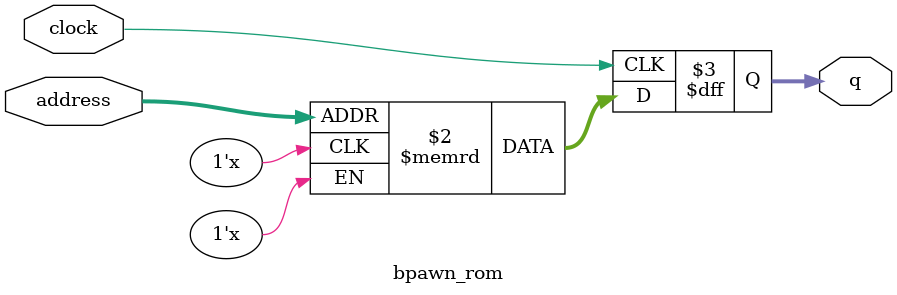
<source format=sv>
module bpawn_rom (
	input logic clock,
	input logic [11:0] address,
	output logic [1:0] q
);

logic [1:0] memory [0:3024] /* synthesis ram_init_file = "./bpawn/bpawn.COE" */;

always_ff @ (posedge clock) begin
	q <= memory[address];
end

endmodule

</source>
